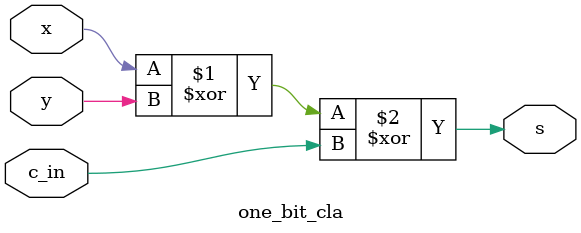
<source format=sv>
module carry_lookahead_adder
(
    input   logic[15:0]     A,
    input   logic[15:0]     B,
    output  logic[15:0]     Sum,
    output  logic           CO
);

    /* TODO
     *
     * Insert code here to implement a CLA adder.
     * Your code should be completly combinational (don't use always_ff or always_latch).
     * Feel free to create sub-modules or other files. */
     
	  logic pg0, pg4, pg8, pg12;
	  logic gg0, gg4, gg8, gg12;
	  
	  
	  four_bit_cla cla0(.x(A[3:0]), .y(B[3:0]), .c_in(0), .s(Sum[3:0]), .pg(pg0), .gg(gg0));
	  
	  assign c4 = gg0; //| (c_in & pg0);
	  
	  
	  four_bit_cla cla1(.x(A[7:4]), .y(B[7:4]), .c_in(c4), .s(Sum[7:4]), .pg(pg4), .gg(gg4));
	  
	  assign c8 = gg4 | (gg0 & pg4); //| (c_in & pg0 & pg4);
	  four_bit_cla cla2(.x(A[11:8]), .y(B[11:8]), .c_in(c8), .s(Sum[11:8]), .pg(pg8), .gg(gg8));
	  
	  assign c12 = gg8 | (gg4 & pg8) | (gg0 & pg8 & pg4); //| (c_in & pg8 & pg4 & pg0);
	  four_bit_cla cla3(.x(A[15:12]), .y(B[15:12]), .c_in(c12), .s(Sum[15:12]), .pg(pg12), .gg(gg12));
	  
	  assign CO = gg12 | (gg8 & pg12) | (gg4 & pg12 & pg8) | (gg0 & pg12 & pg8 & pg4); //| (c_in & pg12 & pg8 & pg4 & pg0)
	  
endmodule

module four_bit_cla(
							input [3:0] x,
							input [3:0] y,
							input c_in,
							output [3:0] s,
							output logic pg,
							output logic gg
							);
	
	//calculating P
	assign  p0 = x[0] ^ y[0];
	assign  p1 = x[1] ^ y[1];
	assign  p2 = x[2] ^ y[2];
	assign  p3 = x[3] ^ y[3];
	
	//calculating G
	assign  g0 = x[0] & y[0];
	assign  g1 = x[1] & y[1];
	assign  g2 = x[2] & y[2];
	assign  g3 = x[3] & y[3];
	
	//calculating Pp and Gg
	assign pg = p0 & p1 & p2 & p3;
	assign gg = g3 | (g2 & p3) | (g1 & p3 & p2) | (g0 & p3 & p2 & p1);
	
	
	//generating carry bits
	assign  c1 = (c_in & p0) | g0;
	assign  c2 = (c_in & p0 & p1) | (g0 & p1) | g1;
	assign  c3 = (c_in & p0 & p1 & p2) | (g0 & p1 & p2) | (g1 & p2) | g2;
	//c_out =           (c_in & p0 & p1 & p2 & p3) | (g0 & p1 & p2 & p3) | (g1 & p2 & p3) | (g2 & p3) | g3;
	
	//doing addition					
	one_bit_cla fa0(.x(x[0]), .y(y[0]), .c_in(c_in), .s(s[0]));
	one_bit_cla fa1(.x(x[1]), .y(y[1]), .c_in( c1 ), .s(s[1]));
	one_bit_cla fa2(.x(x[2]), .y(y[2]), .c_in( c2 ), .s(s[2]));
	one_bit_cla fa3(.x(x[3]), .y(y[3]), .c_in( c3 ), .s(s[3]));
	
endmodule 


//1 bit full adder; generates sum
module one_bit_cla(
							input x,
							input y,
							input c_in,
							output logic s
						);
						
	assign s = x ^ y ^ c_in;
						
						
endmodule 
</source>
